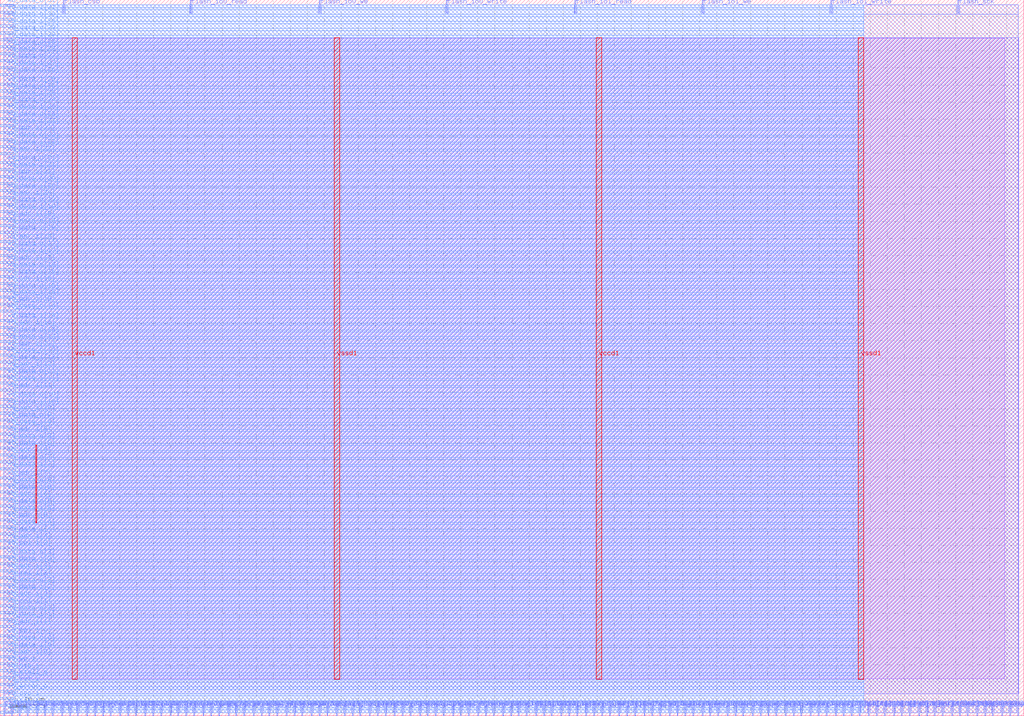
<source format=lef>
VERSION 5.7 ;
  NOWIREEXTENSIONATPIN ON ;
  DIVIDERCHAR "/" ;
  BUSBITCHARS "[]" ;
MACRO Flash
  CLASS BLOCK ;
  FOREIGN Flash ;
  ORIGIN 0.000 0.000 ;
  SIZE 300.000 BY 210.000 ;
  PIN flash_csb
    DIRECTION OUTPUT TRISTATE ;
    USE SIGNAL ;
    PORT
      LAYER met2 ;
        RECT 18.490 206.000 18.770 210.000 ;
    END
  END flash_csb
  PIN flash_io0_read
    DIRECTION INPUT ;
    USE SIGNAL ;
    PORT
      LAYER met2 ;
        RECT 55.750 206.000 56.030 210.000 ;
    END
  END flash_io0_read
  PIN flash_io0_we
    DIRECTION OUTPUT TRISTATE ;
    USE SIGNAL ;
    PORT
      LAYER met2 ;
        RECT 93.470 206.000 93.750 210.000 ;
    END
  END flash_io0_we
  PIN flash_io0_write
    DIRECTION OUTPUT TRISTATE ;
    USE SIGNAL ;
    PORT
      LAYER met2 ;
        RECT 130.730 206.000 131.010 210.000 ;
    END
  END flash_io0_write
  PIN flash_io1_read
    DIRECTION INPUT ;
    USE SIGNAL ;
    PORT
      LAYER met2 ;
        RECT 168.450 206.000 168.730 210.000 ;
    END
  END flash_io1_read
  PIN flash_io1_we
    DIRECTION OUTPUT TRISTATE ;
    USE SIGNAL ;
    PORT
      LAYER met2 ;
        RECT 205.710 206.000 205.990 210.000 ;
    END
  END flash_io1_we
  PIN flash_io1_write
    DIRECTION OUTPUT TRISTATE ;
    USE SIGNAL ;
    PORT
      LAYER met2 ;
        RECT 243.430 206.000 243.710 210.000 ;
    END
  END flash_io1_write
  PIN flash_sck
    DIRECTION OUTPUT TRISTATE ;
    USE SIGNAL ;
    PORT
      LAYER met2 ;
        RECT 280.690 206.000 280.970 210.000 ;
    END
  END flash_sck
  PIN sram_addr0[0]
    DIRECTION OUTPUT TRISTATE ;
    USE SIGNAL ;
    PORT
      LAYER met2 ;
        RECT 12.970 0.000 13.250 4.000 ;
    END
  END sram_addr0[0]
  PIN sram_addr0[1]
    DIRECTION OUTPUT TRISTATE ;
    USE SIGNAL ;
    PORT
      LAYER met2 ;
        RECT 27.690 0.000 27.970 4.000 ;
    END
  END sram_addr0[1]
  PIN sram_addr0[2]
    DIRECTION OUTPUT TRISTATE ;
    USE SIGNAL ;
    PORT
      LAYER met2 ;
        RECT 42.410 0.000 42.690 4.000 ;
    END
  END sram_addr0[2]
  PIN sram_addr0[3]
    DIRECTION OUTPUT TRISTATE ;
    USE SIGNAL ;
    PORT
      LAYER met2 ;
        RECT 56.670 0.000 56.950 4.000 ;
    END
  END sram_addr0[3]
  PIN sram_addr0[4]
    DIRECTION OUTPUT TRISTATE ;
    USE SIGNAL ;
    PORT
      LAYER met2 ;
        RECT 71.390 0.000 71.670 4.000 ;
    END
  END sram_addr0[4]
  PIN sram_addr0[5]
    DIRECTION OUTPUT TRISTATE ;
    USE SIGNAL ;
    PORT
      LAYER met2 ;
        RECT 83.810 0.000 84.090 4.000 ;
    END
  END sram_addr0[5]
  PIN sram_addr0[6]
    DIRECTION OUTPUT TRISTATE ;
    USE SIGNAL ;
    PORT
      LAYER met2 ;
        RECT 95.770 0.000 96.050 4.000 ;
    END
  END sram_addr0[6]
  PIN sram_addr0[7]
    DIRECTION OUTPUT TRISTATE ;
    USE SIGNAL ;
    PORT
      LAYER met2 ;
        RECT 108.190 0.000 108.470 4.000 ;
    END
  END sram_addr0[7]
  PIN sram_addr0[8]
    DIRECTION OUTPUT TRISTATE ;
    USE SIGNAL ;
    PORT
      LAYER met2 ;
        RECT 120.150 0.000 120.430 4.000 ;
    END
  END sram_addr0[8]
  PIN sram_addr1[0]
    DIRECTION OUTPUT TRISTATE ;
    USE SIGNAL ;
    PORT
      LAYER met2 ;
        RECT 15.270 0.000 15.550 4.000 ;
    END
  END sram_addr1[0]
  PIN sram_addr1[1]
    DIRECTION OUTPUT TRISTATE ;
    USE SIGNAL ;
    PORT
      LAYER met2 ;
        RECT 29.990 0.000 30.270 4.000 ;
    END
  END sram_addr1[1]
  PIN sram_addr1[2]
    DIRECTION OUTPUT TRISTATE ;
    USE SIGNAL ;
    PORT
      LAYER met2 ;
        RECT 44.710 0.000 44.990 4.000 ;
    END
  END sram_addr1[2]
  PIN sram_addr1[3]
    DIRECTION OUTPUT TRISTATE ;
    USE SIGNAL ;
    PORT
      LAYER met2 ;
        RECT 59.430 0.000 59.710 4.000 ;
    END
  END sram_addr1[3]
  PIN sram_addr1[4]
    DIRECTION OUTPUT TRISTATE ;
    USE SIGNAL ;
    PORT
      LAYER met2 ;
        RECT 74.150 0.000 74.430 4.000 ;
    END
  END sram_addr1[4]
  PIN sram_addr1[5]
    DIRECTION OUTPUT TRISTATE ;
    USE SIGNAL ;
    PORT
      LAYER met2 ;
        RECT 86.110 0.000 86.390 4.000 ;
    END
  END sram_addr1[5]
  PIN sram_addr1[6]
    DIRECTION OUTPUT TRISTATE ;
    USE SIGNAL ;
    PORT
      LAYER met2 ;
        RECT 98.530 0.000 98.810 4.000 ;
    END
  END sram_addr1[6]
  PIN sram_addr1[7]
    DIRECTION OUTPUT TRISTATE ;
    USE SIGNAL ;
    PORT
      LAYER met2 ;
        RECT 110.490 0.000 110.770 4.000 ;
    END
  END sram_addr1[7]
  PIN sram_addr1[8]
    DIRECTION OUTPUT TRISTATE ;
    USE SIGNAL ;
    PORT
      LAYER met2 ;
        RECT 122.910 0.000 123.190 4.000 ;
    END
  END sram_addr1[8]
  PIN sram_clk0
    DIRECTION OUTPUT TRISTATE ;
    USE SIGNAL ;
    PORT
      LAYER met2 ;
        RECT 1.010 0.000 1.290 4.000 ;
    END
  END sram_clk0
  PIN sram_clk1
    DIRECTION OUTPUT TRISTATE ;
    USE SIGNAL ;
    PORT
      LAYER met2 ;
        RECT 3.310 0.000 3.590 4.000 ;
    END
  END sram_clk1
  PIN sram_csb0
    DIRECTION OUTPUT TRISTATE ;
    USE SIGNAL ;
    PORT
      LAYER met2 ;
        RECT 5.610 0.000 5.890 4.000 ;
    END
  END sram_csb0
  PIN sram_csb1
    DIRECTION OUTPUT TRISTATE ;
    USE SIGNAL ;
    PORT
      LAYER met2 ;
        RECT 7.910 0.000 8.190 4.000 ;
    END
  END sram_csb1
  PIN sram_din0[0]
    DIRECTION OUTPUT TRISTATE ;
    USE SIGNAL ;
    PORT
      LAYER met2 ;
        RECT 18.030 0.000 18.310 4.000 ;
    END
  END sram_din0[0]
  PIN sram_din0[10]
    DIRECTION OUTPUT TRISTATE ;
    USE SIGNAL ;
    PORT
      LAYER met2 ;
        RECT 139.930 0.000 140.210 4.000 ;
    END
  END sram_din0[10]
  PIN sram_din0[11]
    DIRECTION OUTPUT TRISTATE ;
    USE SIGNAL ;
    PORT
      LAYER met2 ;
        RECT 147.290 0.000 147.570 4.000 ;
    END
  END sram_din0[11]
  PIN sram_din0[12]
    DIRECTION OUTPUT TRISTATE ;
    USE SIGNAL ;
    PORT
      LAYER met2 ;
        RECT 154.190 0.000 154.470 4.000 ;
    END
  END sram_din0[12]
  PIN sram_din0[13]
    DIRECTION OUTPUT TRISTATE ;
    USE SIGNAL ;
    PORT
      LAYER met2 ;
        RECT 161.550 0.000 161.830 4.000 ;
    END
  END sram_din0[13]
  PIN sram_din0[14]
    DIRECTION OUTPUT TRISTATE ;
    USE SIGNAL ;
    PORT
      LAYER met2 ;
        RECT 168.910 0.000 169.190 4.000 ;
    END
  END sram_din0[14]
  PIN sram_din0[15]
    DIRECTION OUTPUT TRISTATE ;
    USE SIGNAL ;
    PORT
      LAYER met2 ;
        RECT 176.270 0.000 176.550 4.000 ;
    END
  END sram_din0[15]
  PIN sram_din0[16]
    DIRECTION OUTPUT TRISTATE ;
    USE SIGNAL ;
    PORT
      LAYER met2 ;
        RECT 183.630 0.000 183.910 4.000 ;
    END
  END sram_din0[16]
  PIN sram_din0[17]
    DIRECTION OUTPUT TRISTATE ;
    USE SIGNAL ;
    PORT
      LAYER met2 ;
        RECT 190.990 0.000 191.270 4.000 ;
    END
  END sram_din0[17]
  PIN sram_din0[18]
    DIRECTION OUTPUT TRISTATE ;
    USE SIGNAL ;
    PORT
      LAYER met2 ;
        RECT 198.350 0.000 198.630 4.000 ;
    END
  END sram_din0[18]
  PIN sram_din0[19]
    DIRECTION OUTPUT TRISTATE ;
    USE SIGNAL ;
    PORT
      LAYER met2 ;
        RECT 205.710 0.000 205.990 4.000 ;
    END
  END sram_din0[19]
  PIN sram_din0[1]
    DIRECTION OUTPUT TRISTATE ;
    USE SIGNAL ;
    PORT
      LAYER met2 ;
        RECT 32.290 0.000 32.570 4.000 ;
    END
  END sram_din0[1]
  PIN sram_din0[20]
    DIRECTION OUTPUT TRISTATE ;
    USE SIGNAL ;
    PORT
      LAYER met2 ;
        RECT 213.070 0.000 213.350 4.000 ;
    END
  END sram_din0[20]
  PIN sram_din0[21]
    DIRECTION OUTPUT TRISTATE ;
    USE SIGNAL ;
    PORT
      LAYER met2 ;
        RECT 220.430 0.000 220.710 4.000 ;
    END
  END sram_din0[21]
  PIN sram_din0[22]
    DIRECTION OUTPUT TRISTATE ;
    USE SIGNAL ;
    PORT
      LAYER met2 ;
        RECT 227.330 0.000 227.610 4.000 ;
    END
  END sram_din0[22]
  PIN sram_din0[23]
    DIRECTION OUTPUT TRISTATE ;
    USE SIGNAL ;
    PORT
      LAYER met2 ;
        RECT 234.690 0.000 234.970 4.000 ;
    END
  END sram_din0[23]
  PIN sram_din0[24]
    DIRECTION OUTPUT TRISTATE ;
    USE SIGNAL ;
    PORT
      LAYER met2 ;
        RECT 242.050 0.000 242.330 4.000 ;
    END
  END sram_din0[24]
  PIN sram_din0[25]
    DIRECTION OUTPUT TRISTATE ;
    USE SIGNAL ;
    PORT
      LAYER met2 ;
        RECT 249.410 0.000 249.690 4.000 ;
    END
  END sram_din0[25]
  PIN sram_din0[26]
    DIRECTION OUTPUT TRISTATE ;
    USE SIGNAL ;
    PORT
      LAYER met2 ;
        RECT 256.770 0.000 257.050 4.000 ;
    END
  END sram_din0[26]
  PIN sram_din0[27]
    DIRECTION OUTPUT TRISTATE ;
    USE SIGNAL ;
    PORT
      LAYER met2 ;
        RECT 264.130 0.000 264.410 4.000 ;
    END
  END sram_din0[27]
  PIN sram_din0[28]
    DIRECTION OUTPUT TRISTATE ;
    USE SIGNAL ;
    PORT
      LAYER met2 ;
        RECT 271.490 0.000 271.770 4.000 ;
    END
  END sram_din0[28]
  PIN sram_din0[29]
    DIRECTION OUTPUT TRISTATE ;
    USE SIGNAL ;
    PORT
      LAYER met2 ;
        RECT 278.850 0.000 279.130 4.000 ;
    END
  END sram_din0[29]
  PIN sram_din0[2]
    DIRECTION OUTPUT TRISTATE ;
    USE SIGNAL ;
    PORT
      LAYER met2 ;
        RECT 47.010 0.000 47.290 4.000 ;
    END
  END sram_din0[2]
  PIN sram_din0[30]
    DIRECTION OUTPUT TRISTATE ;
    USE SIGNAL ;
    PORT
      LAYER met2 ;
        RECT 286.210 0.000 286.490 4.000 ;
    END
  END sram_din0[30]
  PIN sram_din0[31]
    DIRECTION OUTPUT TRISTATE ;
    USE SIGNAL ;
    PORT
      LAYER met2 ;
        RECT 293.570 0.000 293.850 4.000 ;
    END
  END sram_din0[31]
  PIN sram_din0[3]
    DIRECTION OUTPUT TRISTATE ;
    USE SIGNAL ;
    PORT
      LAYER met2 ;
        RECT 61.730 0.000 62.010 4.000 ;
    END
  END sram_din0[3]
  PIN sram_din0[4]
    DIRECTION OUTPUT TRISTATE ;
    USE SIGNAL ;
    PORT
      LAYER met2 ;
        RECT 76.450 0.000 76.730 4.000 ;
    END
  END sram_din0[4]
  PIN sram_din0[5]
    DIRECTION OUTPUT TRISTATE ;
    USE SIGNAL ;
    PORT
      LAYER met2 ;
        RECT 88.410 0.000 88.690 4.000 ;
    END
  END sram_din0[5]
  PIN sram_din0[6]
    DIRECTION OUTPUT TRISTATE ;
    USE SIGNAL ;
    PORT
      LAYER met2 ;
        RECT 100.830 0.000 101.110 4.000 ;
    END
  END sram_din0[6]
  PIN sram_din0[7]
    DIRECTION OUTPUT TRISTATE ;
    USE SIGNAL ;
    PORT
      LAYER met2 ;
        RECT 112.790 0.000 113.070 4.000 ;
    END
  END sram_din0[7]
  PIN sram_din0[8]
    DIRECTION OUTPUT TRISTATE ;
    USE SIGNAL ;
    PORT
      LAYER met2 ;
        RECT 125.210 0.000 125.490 4.000 ;
    END
  END sram_din0[8]
  PIN sram_din0[9]
    DIRECTION OUTPUT TRISTATE ;
    USE SIGNAL ;
    PORT
      LAYER met2 ;
        RECT 132.570 0.000 132.850 4.000 ;
    END
  END sram_din0[9]
  PIN sram_dout0[0]
    DIRECTION INPUT ;
    USE SIGNAL ;
    PORT
      LAYER met2 ;
        RECT 20.330 0.000 20.610 4.000 ;
    END
  END sram_dout0[0]
  PIN sram_dout0[10]
    DIRECTION INPUT ;
    USE SIGNAL ;
    PORT
      LAYER met2 ;
        RECT 142.230 0.000 142.510 4.000 ;
    END
  END sram_dout0[10]
  PIN sram_dout0[11]
    DIRECTION INPUT ;
    USE SIGNAL ;
    PORT
      LAYER met2 ;
        RECT 149.590 0.000 149.870 4.000 ;
    END
  END sram_dout0[11]
  PIN sram_dout0[12]
    DIRECTION INPUT ;
    USE SIGNAL ;
    PORT
      LAYER met2 ;
        RECT 156.950 0.000 157.230 4.000 ;
    END
  END sram_dout0[12]
  PIN sram_dout0[13]
    DIRECTION INPUT ;
    USE SIGNAL ;
    PORT
      LAYER met2 ;
        RECT 164.310 0.000 164.590 4.000 ;
    END
  END sram_dout0[13]
  PIN sram_dout0[14]
    DIRECTION INPUT ;
    USE SIGNAL ;
    PORT
      LAYER met2 ;
        RECT 171.670 0.000 171.950 4.000 ;
    END
  END sram_dout0[14]
  PIN sram_dout0[15]
    DIRECTION INPUT ;
    USE SIGNAL ;
    PORT
      LAYER met2 ;
        RECT 178.570 0.000 178.850 4.000 ;
    END
  END sram_dout0[15]
  PIN sram_dout0[16]
    DIRECTION INPUT ;
    USE SIGNAL ;
    PORT
      LAYER met2 ;
        RECT 185.930 0.000 186.210 4.000 ;
    END
  END sram_dout0[16]
  PIN sram_dout0[17]
    DIRECTION INPUT ;
    USE SIGNAL ;
    PORT
      LAYER met2 ;
        RECT 193.290 0.000 193.570 4.000 ;
    END
  END sram_dout0[17]
  PIN sram_dout0[18]
    DIRECTION INPUT ;
    USE SIGNAL ;
    PORT
      LAYER met2 ;
        RECT 200.650 0.000 200.930 4.000 ;
    END
  END sram_dout0[18]
  PIN sram_dout0[19]
    DIRECTION INPUT ;
    USE SIGNAL ;
    PORT
      LAYER met2 ;
        RECT 208.010 0.000 208.290 4.000 ;
    END
  END sram_dout0[19]
  PIN sram_dout0[1]
    DIRECTION INPUT ;
    USE SIGNAL ;
    PORT
      LAYER met2 ;
        RECT 35.050 0.000 35.330 4.000 ;
    END
  END sram_dout0[1]
  PIN sram_dout0[20]
    DIRECTION INPUT ;
    USE SIGNAL ;
    PORT
      LAYER met2 ;
        RECT 215.370 0.000 215.650 4.000 ;
    END
  END sram_dout0[20]
  PIN sram_dout0[21]
    DIRECTION INPUT ;
    USE SIGNAL ;
    PORT
      LAYER met2 ;
        RECT 222.730 0.000 223.010 4.000 ;
    END
  END sram_dout0[21]
  PIN sram_dout0[22]
    DIRECTION INPUT ;
    USE SIGNAL ;
    PORT
      LAYER met2 ;
        RECT 230.090 0.000 230.370 4.000 ;
    END
  END sram_dout0[22]
  PIN sram_dout0[23]
    DIRECTION INPUT ;
    USE SIGNAL ;
    PORT
      LAYER met2 ;
        RECT 237.450 0.000 237.730 4.000 ;
    END
  END sram_dout0[23]
  PIN sram_dout0[24]
    DIRECTION INPUT ;
    USE SIGNAL ;
    PORT
      LAYER met2 ;
        RECT 244.810 0.000 245.090 4.000 ;
    END
  END sram_dout0[24]
  PIN sram_dout0[25]
    DIRECTION INPUT ;
    USE SIGNAL ;
    PORT
      LAYER met2 ;
        RECT 251.710 0.000 251.990 4.000 ;
    END
  END sram_dout0[25]
  PIN sram_dout0[26]
    DIRECTION INPUT ;
    USE SIGNAL ;
    PORT
      LAYER met2 ;
        RECT 259.070 0.000 259.350 4.000 ;
    END
  END sram_dout0[26]
  PIN sram_dout0[27]
    DIRECTION INPUT ;
    USE SIGNAL ;
    PORT
      LAYER met2 ;
        RECT 266.430 0.000 266.710 4.000 ;
    END
  END sram_dout0[27]
  PIN sram_dout0[28]
    DIRECTION INPUT ;
    USE SIGNAL ;
    PORT
      LAYER met2 ;
        RECT 273.790 0.000 274.070 4.000 ;
    END
  END sram_dout0[28]
  PIN sram_dout0[29]
    DIRECTION INPUT ;
    USE SIGNAL ;
    PORT
      LAYER met2 ;
        RECT 281.150 0.000 281.430 4.000 ;
    END
  END sram_dout0[29]
  PIN sram_dout0[2]
    DIRECTION INPUT ;
    USE SIGNAL ;
    PORT
      LAYER met2 ;
        RECT 49.770 0.000 50.050 4.000 ;
    END
  END sram_dout0[2]
  PIN sram_dout0[30]
    DIRECTION INPUT ;
    USE SIGNAL ;
    PORT
      LAYER met2 ;
        RECT 288.510 0.000 288.790 4.000 ;
    END
  END sram_dout0[30]
  PIN sram_dout0[31]
    DIRECTION INPUT ;
    USE SIGNAL ;
    PORT
      LAYER met2 ;
        RECT 295.870 0.000 296.150 4.000 ;
    END
  END sram_dout0[31]
  PIN sram_dout0[3]
    DIRECTION INPUT ;
    USE SIGNAL ;
    PORT
      LAYER met2 ;
        RECT 64.030 0.000 64.310 4.000 ;
    END
  END sram_dout0[3]
  PIN sram_dout0[4]
    DIRECTION INPUT ;
    USE SIGNAL ;
    PORT
      LAYER met2 ;
        RECT 78.750 0.000 79.030 4.000 ;
    END
  END sram_dout0[4]
  PIN sram_dout0[5]
    DIRECTION INPUT ;
    USE SIGNAL ;
    PORT
      LAYER met2 ;
        RECT 91.170 0.000 91.450 4.000 ;
    END
  END sram_dout0[5]
  PIN sram_dout0[6]
    DIRECTION INPUT ;
    USE SIGNAL ;
    PORT
      LAYER met2 ;
        RECT 103.130 0.000 103.410 4.000 ;
    END
  END sram_dout0[6]
  PIN sram_dout0[7]
    DIRECTION INPUT ;
    USE SIGNAL ;
    PORT
      LAYER met2 ;
        RECT 115.550 0.000 115.830 4.000 ;
    END
  END sram_dout0[7]
  PIN sram_dout0[8]
    DIRECTION INPUT ;
    USE SIGNAL ;
    PORT
      LAYER met2 ;
        RECT 127.510 0.000 127.790 4.000 ;
    END
  END sram_dout0[8]
  PIN sram_dout0[9]
    DIRECTION INPUT ;
    USE SIGNAL ;
    PORT
      LAYER met2 ;
        RECT 134.870 0.000 135.150 4.000 ;
    END
  END sram_dout0[9]
  PIN sram_dout1[0]
    DIRECTION INPUT ;
    USE SIGNAL ;
    PORT
      LAYER met2 ;
        RECT 22.630 0.000 22.910 4.000 ;
    END
  END sram_dout1[0]
  PIN sram_dout1[10]
    DIRECTION INPUT ;
    USE SIGNAL ;
    PORT
      LAYER met2 ;
        RECT 144.530 0.000 144.810 4.000 ;
    END
  END sram_dout1[10]
  PIN sram_dout1[11]
    DIRECTION INPUT ;
    USE SIGNAL ;
    PORT
      LAYER met2 ;
        RECT 151.890 0.000 152.170 4.000 ;
    END
  END sram_dout1[11]
  PIN sram_dout1[12]
    DIRECTION INPUT ;
    USE SIGNAL ;
    PORT
      LAYER met2 ;
        RECT 159.250 0.000 159.530 4.000 ;
    END
  END sram_dout1[12]
  PIN sram_dout1[13]
    DIRECTION INPUT ;
    USE SIGNAL ;
    PORT
      LAYER met2 ;
        RECT 166.610 0.000 166.890 4.000 ;
    END
  END sram_dout1[13]
  PIN sram_dout1[14]
    DIRECTION INPUT ;
    USE SIGNAL ;
    PORT
      LAYER met2 ;
        RECT 173.970 0.000 174.250 4.000 ;
    END
  END sram_dout1[14]
  PIN sram_dout1[15]
    DIRECTION INPUT ;
    USE SIGNAL ;
    PORT
      LAYER met2 ;
        RECT 181.330 0.000 181.610 4.000 ;
    END
  END sram_dout1[15]
  PIN sram_dout1[16]
    DIRECTION INPUT ;
    USE SIGNAL ;
    PORT
      LAYER met2 ;
        RECT 188.690 0.000 188.970 4.000 ;
    END
  END sram_dout1[16]
  PIN sram_dout1[17]
    DIRECTION INPUT ;
    USE SIGNAL ;
    PORT
      LAYER met2 ;
        RECT 196.050 0.000 196.330 4.000 ;
    END
  END sram_dout1[17]
  PIN sram_dout1[18]
    DIRECTION INPUT ;
    USE SIGNAL ;
    PORT
      LAYER met2 ;
        RECT 202.950 0.000 203.230 4.000 ;
    END
  END sram_dout1[18]
  PIN sram_dout1[19]
    DIRECTION INPUT ;
    USE SIGNAL ;
    PORT
      LAYER met2 ;
        RECT 210.310 0.000 210.590 4.000 ;
    END
  END sram_dout1[19]
  PIN sram_dout1[1]
    DIRECTION INPUT ;
    USE SIGNAL ;
    PORT
      LAYER met2 ;
        RECT 37.350 0.000 37.630 4.000 ;
    END
  END sram_dout1[1]
  PIN sram_dout1[20]
    DIRECTION INPUT ;
    USE SIGNAL ;
    PORT
      LAYER met2 ;
        RECT 217.670 0.000 217.950 4.000 ;
    END
  END sram_dout1[20]
  PIN sram_dout1[21]
    DIRECTION INPUT ;
    USE SIGNAL ;
    PORT
      LAYER met2 ;
        RECT 225.030 0.000 225.310 4.000 ;
    END
  END sram_dout1[21]
  PIN sram_dout1[22]
    DIRECTION INPUT ;
    USE SIGNAL ;
    PORT
      LAYER met2 ;
        RECT 232.390 0.000 232.670 4.000 ;
    END
  END sram_dout1[22]
  PIN sram_dout1[23]
    DIRECTION INPUT ;
    USE SIGNAL ;
    PORT
      LAYER met2 ;
        RECT 239.750 0.000 240.030 4.000 ;
    END
  END sram_dout1[23]
  PIN sram_dout1[24]
    DIRECTION INPUT ;
    USE SIGNAL ;
    PORT
      LAYER met2 ;
        RECT 247.110 0.000 247.390 4.000 ;
    END
  END sram_dout1[24]
  PIN sram_dout1[25]
    DIRECTION INPUT ;
    USE SIGNAL ;
    PORT
      LAYER met2 ;
        RECT 254.470 0.000 254.750 4.000 ;
    END
  END sram_dout1[25]
  PIN sram_dout1[26]
    DIRECTION INPUT ;
    USE SIGNAL ;
    PORT
      LAYER met2 ;
        RECT 261.830 0.000 262.110 4.000 ;
    END
  END sram_dout1[26]
  PIN sram_dout1[27]
    DIRECTION INPUT ;
    USE SIGNAL ;
    PORT
      LAYER met2 ;
        RECT 269.190 0.000 269.470 4.000 ;
    END
  END sram_dout1[27]
  PIN sram_dout1[28]
    DIRECTION INPUT ;
    USE SIGNAL ;
    PORT
      LAYER met2 ;
        RECT 276.090 0.000 276.370 4.000 ;
    END
  END sram_dout1[28]
  PIN sram_dout1[29]
    DIRECTION INPUT ;
    USE SIGNAL ;
    PORT
      LAYER met2 ;
        RECT 283.450 0.000 283.730 4.000 ;
    END
  END sram_dout1[29]
  PIN sram_dout1[2]
    DIRECTION INPUT ;
    USE SIGNAL ;
    PORT
      LAYER met2 ;
        RECT 52.070 0.000 52.350 4.000 ;
    END
  END sram_dout1[2]
  PIN sram_dout1[30]
    DIRECTION INPUT ;
    USE SIGNAL ;
    PORT
      LAYER met2 ;
        RECT 290.810 0.000 291.090 4.000 ;
    END
  END sram_dout1[30]
  PIN sram_dout1[31]
    DIRECTION INPUT ;
    USE SIGNAL ;
    PORT
      LAYER met2 ;
        RECT 298.170 0.000 298.450 4.000 ;
    END
  END sram_dout1[31]
  PIN sram_dout1[3]
    DIRECTION INPUT ;
    USE SIGNAL ;
    PORT
      LAYER met2 ;
        RECT 66.790 0.000 67.070 4.000 ;
    END
  END sram_dout1[3]
  PIN sram_dout1[4]
    DIRECTION INPUT ;
    USE SIGNAL ;
    PORT
      LAYER met2 ;
        RECT 81.050 0.000 81.330 4.000 ;
    END
  END sram_dout1[4]
  PIN sram_dout1[5]
    DIRECTION INPUT ;
    USE SIGNAL ;
    PORT
      LAYER met2 ;
        RECT 93.470 0.000 93.750 4.000 ;
    END
  END sram_dout1[5]
  PIN sram_dout1[6]
    DIRECTION INPUT ;
    USE SIGNAL ;
    PORT
      LAYER met2 ;
        RECT 105.430 0.000 105.710 4.000 ;
    END
  END sram_dout1[6]
  PIN sram_dout1[7]
    DIRECTION INPUT ;
    USE SIGNAL ;
    PORT
      LAYER met2 ;
        RECT 117.850 0.000 118.130 4.000 ;
    END
  END sram_dout1[7]
  PIN sram_dout1[8]
    DIRECTION INPUT ;
    USE SIGNAL ;
    PORT
      LAYER met2 ;
        RECT 129.810 0.000 130.090 4.000 ;
    END
  END sram_dout1[8]
  PIN sram_dout1[9]
    DIRECTION INPUT ;
    USE SIGNAL ;
    PORT
      LAYER met2 ;
        RECT 137.170 0.000 137.450 4.000 ;
    END
  END sram_dout1[9]
  PIN sram_web0
    DIRECTION OUTPUT TRISTATE ;
    USE SIGNAL ;
    PORT
      LAYER met2 ;
        RECT 10.670 0.000 10.950 4.000 ;
    END
  END sram_web0
  PIN sram_wmask0[0]
    DIRECTION OUTPUT TRISTATE ;
    USE SIGNAL ;
    PORT
      LAYER met2 ;
        RECT 25.390 0.000 25.670 4.000 ;
    END
  END sram_wmask0[0]
  PIN sram_wmask0[1]
    DIRECTION OUTPUT TRISTATE ;
    USE SIGNAL ;
    PORT
      LAYER met2 ;
        RECT 39.650 0.000 39.930 4.000 ;
    END
  END sram_wmask0[1]
  PIN sram_wmask0[2]
    DIRECTION OUTPUT TRISTATE ;
    USE SIGNAL ;
    PORT
      LAYER met2 ;
        RECT 54.370 0.000 54.650 4.000 ;
    END
  END sram_wmask0[2]
  PIN sram_wmask0[3]
    DIRECTION OUTPUT TRISTATE ;
    USE SIGNAL ;
    PORT
      LAYER met2 ;
        RECT 69.090 0.000 69.370 4.000 ;
    END
  END sram_wmask0[3]
  PIN vccd1
    DIRECTION INOUT ;
    USE POWER ;
    PORT
      LAYER met4 ;
        RECT 21.040 10.640 22.640 198.800 ;
    END
    PORT
      LAYER met4 ;
        RECT 174.640 10.640 176.240 198.800 ;
    END
  END vccd1
  PIN vssd1
    DIRECTION INOUT ;
    USE GROUND ;
    PORT
      LAYER met4 ;
        RECT 97.840 10.640 99.440 198.800 ;
    END
    PORT
      LAYER met4 ;
        RECT 251.440 10.640 253.040 198.800 ;
    END
  END vssd1
  PIN wb_ack_o
    DIRECTION OUTPUT TRISTATE ;
    USE SIGNAL ;
    PORT
      LAYER met3 ;
        RECT 0.000 0.720 4.000 1.320 ;
    END
  END wb_ack_o
  PIN wb_adr_i[0]
    DIRECTION INPUT ;
    USE SIGNAL ;
    PORT
      LAYER met3 ;
        RECT 0.000 17.040 4.000 17.640 ;
    END
  END wb_adr_i[0]
  PIN wb_adr_i[10]
    DIRECTION INPUT ;
    USE SIGNAL ;
    PORT
      LAYER met3 ;
        RECT 0.000 88.440 4.000 89.040 ;
    END
  END wb_adr_i[10]
  PIN wb_adr_i[11]
    DIRECTION INPUT ;
    USE SIGNAL ;
    PORT
      LAYER met3 ;
        RECT 0.000 95.240 4.000 95.840 ;
    END
  END wb_adr_i[11]
  PIN wb_adr_i[12]
    DIRECTION INPUT ;
    USE SIGNAL ;
    PORT
      LAYER met3 ;
        RECT 0.000 101.360 4.000 101.960 ;
    END
  END wb_adr_i[12]
  PIN wb_adr_i[13]
    DIRECTION INPUT ;
    USE SIGNAL ;
    PORT
      LAYER met3 ;
        RECT 0.000 107.480 4.000 108.080 ;
    END
  END wb_adr_i[13]
  PIN wb_adr_i[14]
    DIRECTION INPUT ;
    USE SIGNAL ;
    PORT
      LAYER met3 ;
        RECT 0.000 113.600 4.000 114.200 ;
    END
  END wb_adr_i[14]
  PIN wb_adr_i[15]
    DIRECTION INPUT ;
    USE SIGNAL ;
    PORT
      LAYER met3 ;
        RECT 0.000 120.400 4.000 121.000 ;
    END
  END wb_adr_i[15]
  PIN wb_adr_i[16]
    DIRECTION INPUT ;
    USE SIGNAL ;
    PORT
      LAYER met3 ;
        RECT 0.000 126.520 4.000 127.120 ;
    END
  END wb_adr_i[16]
  PIN wb_adr_i[17]
    DIRECTION INPUT ;
    USE SIGNAL ;
    PORT
      LAYER met3 ;
        RECT 0.000 132.640 4.000 133.240 ;
    END
  END wb_adr_i[17]
  PIN wb_adr_i[18]
    DIRECTION INPUT ;
    USE SIGNAL ;
    PORT
      LAYER met3 ;
        RECT 0.000 138.760 4.000 139.360 ;
    END
  END wb_adr_i[18]
  PIN wb_adr_i[19]
    DIRECTION INPUT ;
    USE SIGNAL ;
    PORT
      LAYER met3 ;
        RECT 0.000 145.560 4.000 146.160 ;
    END
  END wb_adr_i[19]
  PIN wb_adr_i[1]
    DIRECTION INPUT ;
    USE SIGNAL ;
    PORT
      LAYER met3 ;
        RECT 0.000 25.880 4.000 26.480 ;
    END
  END wb_adr_i[1]
  PIN wb_adr_i[20]
    DIRECTION INPUT ;
    USE SIGNAL ;
    PORT
      LAYER met3 ;
        RECT 0.000 151.680 4.000 152.280 ;
    END
  END wb_adr_i[20]
  PIN wb_adr_i[21]
    DIRECTION INPUT ;
    USE SIGNAL ;
    PORT
      LAYER met3 ;
        RECT 0.000 157.800 4.000 158.400 ;
    END
  END wb_adr_i[21]
  PIN wb_adr_i[22]
    DIRECTION INPUT ;
    USE SIGNAL ;
    PORT
      LAYER met3 ;
        RECT 0.000 164.600 4.000 165.200 ;
    END
  END wb_adr_i[22]
  PIN wb_adr_i[23]
    DIRECTION INPUT ;
    USE SIGNAL ;
    PORT
      LAYER met3 ;
        RECT 0.000 170.720 4.000 171.320 ;
    END
  END wb_adr_i[23]
  PIN wb_adr_i[2]
    DIRECTION INPUT ;
    USE SIGNAL ;
    PORT
      LAYER met3 ;
        RECT 0.000 34.040 4.000 34.640 ;
    END
  END wb_adr_i[2]
  PIN wb_adr_i[3]
    DIRECTION INPUT ;
    USE SIGNAL ;
    PORT
      LAYER met3 ;
        RECT 0.000 42.200 4.000 42.800 ;
    END
  END wb_adr_i[3]
  PIN wb_adr_i[4]
    DIRECTION INPUT ;
    USE SIGNAL ;
    PORT
      LAYER met3 ;
        RECT 0.000 51.040 4.000 51.640 ;
    END
  END wb_adr_i[4]
  PIN wb_adr_i[5]
    DIRECTION INPUT ;
    USE SIGNAL ;
    PORT
      LAYER met3 ;
        RECT 0.000 57.160 4.000 57.760 ;
    END
  END wb_adr_i[5]
  PIN wb_adr_i[6]
    DIRECTION INPUT ;
    USE SIGNAL ;
    PORT
      LAYER met3 ;
        RECT 0.000 63.280 4.000 63.880 ;
    END
  END wb_adr_i[6]
  PIN wb_adr_i[7]
    DIRECTION INPUT ;
    USE SIGNAL ;
    PORT
      LAYER met3 ;
        RECT 0.000 69.400 4.000 70.000 ;
    END
  END wb_adr_i[7]
  PIN wb_adr_i[8]
    DIRECTION INPUT ;
    USE SIGNAL ;
    PORT
      LAYER met3 ;
        RECT 0.000 76.200 4.000 76.800 ;
    END
  END wb_adr_i[8]
  PIN wb_adr_i[9]
    DIRECTION INPUT ;
    USE SIGNAL ;
    PORT
      LAYER met3 ;
        RECT 0.000 82.320 4.000 82.920 ;
    END
  END wb_adr_i[9]
  PIN wb_clk_i
    DIRECTION INPUT ;
    USE SIGNAL ;
    PORT
      LAYER met3 ;
        RECT 0.000 2.760 4.000 3.360 ;
    END
  END wb_clk_i
  PIN wb_cyc_i
    DIRECTION INPUT ;
    USE SIGNAL ;
    PORT
      LAYER met3 ;
        RECT 0.000 4.800 4.000 5.400 ;
    END
  END wb_cyc_i
  PIN wb_data_i[0]
    DIRECTION INPUT ;
    USE SIGNAL ;
    PORT
      LAYER met3 ;
        RECT 0.000 19.080 4.000 19.680 ;
    END
  END wb_data_i[0]
  PIN wb_data_i[10]
    DIRECTION INPUT ;
    USE SIGNAL ;
    PORT
      LAYER met3 ;
        RECT 0.000 90.480 4.000 91.080 ;
    END
  END wb_data_i[10]
  PIN wb_data_i[11]
    DIRECTION INPUT ;
    USE SIGNAL ;
    PORT
      LAYER met3 ;
        RECT 0.000 97.280 4.000 97.880 ;
    END
  END wb_data_i[11]
  PIN wb_data_i[12]
    DIRECTION INPUT ;
    USE SIGNAL ;
    PORT
      LAYER met3 ;
        RECT 0.000 103.400 4.000 104.000 ;
    END
  END wb_data_i[12]
  PIN wb_data_i[13]
    DIRECTION INPUT ;
    USE SIGNAL ;
    PORT
      LAYER met3 ;
        RECT 0.000 109.520 4.000 110.120 ;
    END
  END wb_data_i[13]
  PIN wb_data_i[14]
    DIRECTION INPUT ;
    USE SIGNAL ;
    PORT
      LAYER met3 ;
        RECT 0.000 115.640 4.000 116.240 ;
    END
  END wb_data_i[14]
  PIN wb_data_i[15]
    DIRECTION INPUT ;
    USE SIGNAL ;
    PORT
      LAYER met3 ;
        RECT 0.000 122.440 4.000 123.040 ;
    END
  END wb_data_i[15]
  PIN wb_data_i[16]
    DIRECTION INPUT ;
    USE SIGNAL ;
    PORT
      LAYER met3 ;
        RECT 0.000 128.560 4.000 129.160 ;
    END
  END wb_data_i[16]
  PIN wb_data_i[17]
    DIRECTION INPUT ;
    USE SIGNAL ;
    PORT
      LAYER met3 ;
        RECT 0.000 134.680 4.000 135.280 ;
    END
  END wb_data_i[17]
  PIN wb_data_i[18]
    DIRECTION INPUT ;
    USE SIGNAL ;
    PORT
      LAYER met3 ;
        RECT 0.000 141.480 4.000 142.080 ;
    END
  END wb_data_i[18]
  PIN wb_data_i[19]
    DIRECTION INPUT ;
    USE SIGNAL ;
    PORT
      LAYER met3 ;
        RECT 0.000 147.600 4.000 148.200 ;
    END
  END wb_data_i[19]
  PIN wb_data_i[1]
    DIRECTION INPUT ;
    USE SIGNAL ;
    PORT
      LAYER met3 ;
        RECT 0.000 27.920 4.000 28.520 ;
    END
  END wb_data_i[1]
  PIN wb_data_i[20]
    DIRECTION INPUT ;
    USE SIGNAL ;
    PORT
      LAYER met3 ;
        RECT 0.000 153.720 4.000 154.320 ;
    END
  END wb_data_i[20]
  PIN wb_data_i[21]
    DIRECTION INPUT ;
    USE SIGNAL ;
    PORT
      LAYER met3 ;
        RECT 0.000 159.840 4.000 160.440 ;
    END
  END wb_data_i[21]
  PIN wb_data_i[22]
    DIRECTION INPUT ;
    USE SIGNAL ;
    PORT
      LAYER met3 ;
        RECT 0.000 166.640 4.000 167.240 ;
    END
  END wb_data_i[22]
  PIN wb_data_i[23]
    DIRECTION INPUT ;
    USE SIGNAL ;
    PORT
      LAYER met3 ;
        RECT 0.000 172.760 4.000 173.360 ;
    END
  END wb_data_i[23]
  PIN wb_data_i[24]
    DIRECTION INPUT ;
    USE SIGNAL ;
    PORT
      LAYER met3 ;
        RECT 0.000 176.840 4.000 177.440 ;
    END
  END wb_data_i[24]
  PIN wb_data_i[25]
    DIRECTION INPUT ;
    USE SIGNAL ;
    PORT
      LAYER met3 ;
        RECT 0.000 180.920 4.000 181.520 ;
    END
  END wb_data_i[25]
  PIN wb_data_i[26]
    DIRECTION INPUT ;
    USE SIGNAL ;
    PORT
      LAYER met3 ;
        RECT 0.000 185.000 4.000 185.600 ;
    END
  END wb_data_i[26]
  PIN wb_data_i[27]
    DIRECTION INPUT ;
    USE SIGNAL ;
    PORT
      LAYER met3 ;
        RECT 0.000 189.760 4.000 190.360 ;
    END
  END wb_data_i[27]
  PIN wb_data_i[28]
    DIRECTION INPUT ;
    USE SIGNAL ;
    PORT
      LAYER met3 ;
        RECT 0.000 193.840 4.000 194.440 ;
    END
  END wb_data_i[28]
  PIN wb_data_i[29]
    DIRECTION INPUT ;
    USE SIGNAL ;
    PORT
      LAYER met3 ;
        RECT 0.000 197.920 4.000 198.520 ;
    END
  END wb_data_i[29]
  PIN wb_data_i[2]
    DIRECTION INPUT ;
    USE SIGNAL ;
    PORT
      LAYER met3 ;
        RECT 0.000 36.080 4.000 36.680 ;
    END
  END wb_data_i[2]
  PIN wb_data_i[30]
    DIRECTION INPUT ;
    USE SIGNAL ;
    PORT
      LAYER met3 ;
        RECT 0.000 202.000 4.000 202.600 ;
    END
  END wb_data_i[30]
  PIN wb_data_i[31]
    DIRECTION INPUT ;
    USE SIGNAL ;
    PORT
      LAYER met3 ;
        RECT 0.000 206.080 4.000 206.680 ;
    END
  END wb_data_i[31]
  PIN wb_data_i[3]
    DIRECTION INPUT ;
    USE SIGNAL ;
    PORT
      LAYER met3 ;
        RECT 0.000 44.240 4.000 44.840 ;
    END
  END wb_data_i[3]
  PIN wb_data_i[4]
    DIRECTION INPUT ;
    USE SIGNAL ;
    PORT
      LAYER met3 ;
        RECT 0.000 53.080 4.000 53.680 ;
    END
  END wb_data_i[4]
  PIN wb_data_i[5]
    DIRECTION INPUT ;
    USE SIGNAL ;
    PORT
      LAYER met3 ;
        RECT 0.000 59.200 4.000 59.800 ;
    END
  END wb_data_i[5]
  PIN wb_data_i[6]
    DIRECTION INPUT ;
    USE SIGNAL ;
    PORT
      LAYER met3 ;
        RECT 0.000 65.320 4.000 65.920 ;
    END
  END wb_data_i[6]
  PIN wb_data_i[7]
    DIRECTION INPUT ;
    USE SIGNAL ;
    PORT
      LAYER met3 ;
        RECT 0.000 72.120 4.000 72.720 ;
    END
  END wb_data_i[7]
  PIN wb_data_i[8]
    DIRECTION INPUT ;
    USE SIGNAL ;
    PORT
      LAYER met3 ;
        RECT 0.000 78.240 4.000 78.840 ;
    END
  END wb_data_i[8]
  PIN wb_data_i[9]
    DIRECTION INPUT ;
    USE SIGNAL ;
    PORT
      LAYER met3 ;
        RECT 0.000 84.360 4.000 84.960 ;
    END
  END wb_data_i[9]
  PIN wb_data_o[0]
    DIRECTION OUTPUT TRISTATE ;
    USE SIGNAL ;
    PORT
      LAYER met3 ;
        RECT 0.000 21.120 4.000 21.720 ;
    END
  END wb_data_o[0]
  PIN wb_data_o[10]
    DIRECTION OUTPUT TRISTATE ;
    USE SIGNAL ;
    PORT
      LAYER met3 ;
        RECT 0.000 92.520 4.000 93.120 ;
    END
  END wb_data_o[10]
  PIN wb_data_o[11]
    DIRECTION OUTPUT TRISTATE ;
    USE SIGNAL ;
    PORT
      LAYER met3 ;
        RECT 0.000 99.320 4.000 99.920 ;
    END
  END wb_data_o[11]
  PIN wb_data_o[12]
    DIRECTION OUTPUT TRISTATE ;
    USE SIGNAL ;
    PORT
      LAYER met3 ;
        RECT 0.000 105.440 4.000 106.040 ;
    END
  END wb_data_o[12]
  PIN wb_data_o[13]
    DIRECTION OUTPUT TRISTATE ;
    USE SIGNAL ;
    PORT
      LAYER met3 ;
        RECT 0.000 111.560 4.000 112.160 ;
    END
  END wb_data_o[13]
  PIN wb_data_o[14]
    DIRECTION OUTPUT TRISTATE ;
    USE SIGNAL ;
    PORT
      LAYER met3 ;
        RECT 0.000 118.360 4.000 118.960 ;
    END
  END wb_data_o[14]
  PIN wb_data_o[15]
    DIRECTION OUTPUT TRISTATE ;
    USE SIGNAL ;
    PORT
      LAYER met3 ;
        RECT 0.000 124.480 4.000 125.080 ;
    END
  END wb_data_o[15]
  PIN wb_data_o[16]
    DIRECTION OUTPUT TRISTATE ;
    USE SIGNAL ;
    PORT
      LAYER met3 ;
        RECT 0.000 130.600 4.000 131.200 ;
    END
  END wb_data_o[16]
  PIN wb_data_o[17]
    DIRECTION OUTPUT TRISTATE ;
    USE SIGNAL ;
    PORT
      LAYER met3 ;
        RECT 0.000 136.720 4.000 137.320 ;
    END
  END wb_data_o[17]
  PIN wb_data_o[18]
    DIRECTION OUTPUT TRISTATE ;
    USE SIGNAL ;
    PORT
      LAYER met3 ;
        RECT 0.000 143.520 4.000 144.120 ;
    END
  END wb_data_o[18]
  PIN wb_data_o[19]
    DIRECTION OUTPUT TRISTATE ;
    USE SIGNAL ;
    PORT
      LAYER met3 ;
        RECT 0.000 149.640 4.000 150.240 ;
    END
  END wb_data_o[19]
  PIN wb_data_o[1]
    DIRECTION OUTPUT TRISTATE ;
    USE SIGNAL ;
    PORT
      LAYER met3 ;
        RECT 0.000 29.960 4.000 30.560 ;
    END
  END wb_data_o[1]
  PIN wb_data_o[20]
    DIRECTION OUTPUT TRISTATE ;
    USE SIGNAL ;
    PORT
      LAYER met3 ;
        RECT 0.000 155.760 4.000 156.360 ;
    END
  END wb_data_o[20]
  PIN wb_data_o[21]
    DIRECTION OUTPUT TRISTATE ;
    USE SIGNAL ;
    PORT
      LAYER met3 ;
        RECT 0.000 161.880 4.000 162.480 ;
    END
  END wb_data_o[21]
  PIN wb_data_o[22]
    DIRECTION OUTPUT TRISTATE ;
    USE SIGNAL ;
    PORT
      LAYER met3 ;
        RECT 0.000 168.680 4.000 169.280 ;
    END
  END wb_data_o[22]
  PIN wb_data_o[23]
    DIRECTION OUTPUT TRISTATE ;
    USE SIGNAL ;
    PORT
      LAYER met3 ;
        RECT 0.000 174.800 4.000 175.400 ;
    END
  END wb_data_o[23]
  PIN wb_data_o[24]
    DIRECTION OUTPUT TRISTATE ;
    USE SIGNAL ;
    PORT
      LAYER met3 ;
        RECT 0.000 178.880 4.000 179.480 ;
    END
  END wb_data_o[24]
  PIN wb_data_o[25]
    DIRECTION OUTPUT TRISTATE ;
    USE SIGNAL ;
    PORT
      LAYER met3 ;
        RECT 0.000 182.960 4.000 183.560 ;
    END
  END wb_data_o[25]
  PIN wb_data_o[26]
    DIRECTION OUTPUT TRISTATE ;
    USE SIGNAL ;
    PORT
      LAYER met3 ;
        RECT 0.000 187.720 4.000 188.320 ;
    END
  END wb_data_o[26]
  PIN wb_data_o[27]
    DIRECTION OUTPUT TRISTATE ;
    USE SIGNAL ;
    PORT
      LAYER met3 ;
        RECT 0.000 191.800 4.000 192.400 ;
    END
  END wb_data_o[27]
  PIN wb_data_o[28]
    DIRECTION OUTPUT TRISTATE ;
    USE SIGNAL ;
    PORT
      LAYER met3 ;
        RECT 0.000 195.880 4.000 196.480 ;
    END
  END wb_data_o[28]
  PIN wb_data_o[29]
    DIRECTION OUTPUT TRISTATE ;
    USE SIGNAL ;
    PORT
      LAYER met3 ;
        RECT 0.000 199.960 4.000 200.560 ;
    END
  END wb_data_o[29]
  PIN wb_data_o[2]
    DIRECTION OUTPUT TRISTATE ;
    USE SIGNAL ;
    PORT
      LAYER met3 ;
        RECT 0.000 38.120 4.000 38.720 ;
    END
  END wb_data_o[2]
  PIN wb_data_o[30]
    DIRECTION OUTPUT TRISTATE ;
    USE SIGNAL ;
    PORT
      LAYER met3 ;
        RECT 0.000 204.040 4.000 204.640 ;
    END
  END wb_data_o[30]
  PIN wb_data_o[31]
    DIRECTION OUTPUT TRISTATE ;
    USE SIGNAL ;
    PORT
      LAYER met3 ;
        RECT 0.000 208.120 4.000 208.720 ;
    END
  END wb_data_o[31]
  PIN wb_data_o[3]
    DIRECTION OUTPUT TRISTATE ;
    USE SIGNAL ;
    PORT
      LAYER met3 ;
        RECT 0.000 46.280 4.000 46.880 ;
    END
  END wb_data_o[3]
  PIN wb_data_o[4]
    DIRECTION OUTPUT TRISTATE ;
    USE SIGNAL ;
    PORT
      LAYER met3 ;
        RECT 0.000 55.120 4.000 55.720 ;
    END
  END wb_data_o[4]
  PIN wb_data_o[5]
    DIRECTION OUTPUT TRISTATE ;
    USE SIGNAL ;
    PORT
      LAYER met3 ;
        RECT 0.000 61.240 4.000 61.840 ;
    END
  END wb_data_o[5]
  PIN wb_data_o[6]
    DIRECTION OUTPUT TRISTATE ;
    USE SIGNAL ;
    PORT
      LAYER met3 ;
        RECT 0.000 67.360 4.000 67.960 ;
    END
  END wb_data_o[6]
  PIN wb_data_o[7]
    DIRECTION OUTPUT TRISTATE ;
    USE SIGNAL ;
    PORT
      LAYER met3 ;
        RECT 0.000 74.160 4.000 74.760 ;
    END
  END wb_data_o[7]
  PIN wb_data_o[8]
    DIRECTION OUTPUT TRISTATE ;
    USE SIGNAL ;
    PORT
      LAYER met3 ;
        RECT 0.000 80.280 4.000 80.880 ;
    END
  END wb_data_o[8]
  PIN wb_data_o[9]
    DIRECTION OUTPUT TRISTATE ;
    USE SIGNAL ;
    PORT
      LAYER met3 ;
        RECT 0.000 86.400 4.000 87.000 ;
    END
  END wb_data_o[9]
  PIN wb_error_o
    DIRECTION OUTPUT TRISTATE ;
    USE SIGNAL ;
    PORT
      LAYER met3 ;
        RECT 0.000 6.840 4.000 7.440 ;
    END
  END wb_error_o
  PIN wb_rst_i
    DIRECTION INPUT ;
    USE SIGNAL ;
    PORT
      LAYER met3 ;
        RECT 0.000 8.880 4.000 9.480 ;
    END
  END wb_rst_i
  PIN wb_sel_i[0]
    DIRECTION INPUT ;
    USE SIGNAL ;
    PORT
      LAYER met3 ;
        RECT 0.000 23.160 4.000 23.760 ;
    END
  END wb_sel_i[0]
  PIN wb_sel_i[1]
    DIRECTION INPUT ;
    USE SIGNAL ;
    PORT
      LAYER met3 ;
        RECT 0.000 32.000 4.000 32.600 ;
    END
  END wb_sel_i[1]
  PIN wb_sel_i[2]
    DIRECTION INPUT ;
    USE SIGNAL ;
    PORT
      LAYER met3 ;
        RECT 0.000 40.160 4.000 40.760 ;
    END
  END wb_sel_i[2]
  PIN wb_sel_i[3]
    DIRECTION INPUT ;
    USE SIGNAL ;
    PORT
      LAYER met3 ;
        RECT 0.000 49.000 4.000 49.600 ;
    END
  END wb_sel_i[3]
  PIN wb_stall_o
    DIRECTION OUTPUT TRISTATE ;
    USE SIGNAL ;
    PORT
      LAYER met3 ;
        RECT 0.000 10.920 4.000 11.520 ;
    END
  END wb_stall_o
  PIN wb_stb_i
    DIRECTION INPUT ;
    USE SIGNAL ;
    PORT
      LAYER met3 ;
        RECT 0.000 12.960 4.000 13.560 ;
    END
  END wb_stb_i
  PIN wb_we_i
    DIRECTION INPUT ;
    USE SIGNAL ;
    PORT
      LAYER met3 ;
        RECT 0.000 15.000 4.000 15.600 ;
    END
  END wb_we_i
  OBS
      LAYER li1 ;
        RECT 5.520 10.795 294.400 198.645 ;
      LAYER met1 ;
        RECT 0.990 6.500 298.470 198.800 ;
      LAYER met2 ;
        RECT 1.020 205.720 18.210 208.605 ;
        RECT 19.050 205.720 55.470 208.605 ;
        RECT 56.310 205.720 93.190 208.605 ;
        RECT 94.030 205.720 130.450 208.605 ;
        RECT 131.290 205.720 168.170 208.605 ;
        RECT 169.010 205.720 205.430 208.605 ;
        RECT 206.270 205.720 243.150 208.605 ;
        RECT 243.990 205.720 280.410 208.605 ;
        RECT 281.250 205.720 298.440 208.605 ;
        RECT 1.020 4.280 298.440 205.720 ;
        RECT 1.570 0.835 3.030 4.280 ;
        RECT 3.870 0.835 5.330 4.280 ;
        RECT 6.170 0.835 7.630 4.280 ;
        RECT 8.470 0.835 10.390 4.280 ;
        RECT 11.230 0.835 12.690 4.280 ;
        RECT 13.530 0.835 14.990 4.280 ;
        RECT 15.830 0.835 17.750 4.280 ;
        RECT 18.590 0.835 20.050 4.280 ;
        RECT 20.890 0.835 22.350 4.280 ;
        RECT 23.190 0.835 25.110 4.280 ;
        RECT 25.950 0.835 27.410 4.280 ;
        RECT 28.250 0.835 29.710 4.280 ;
        RECT 30.550 0.835 32.010 4.280 ;
        RECT 32.850 0.835 34.770 4.280 ;
        RECT 35.610 0.835 37.070 4.280 ;
        RECT 37.910 0.835 39.370 4.280 ;
        RECT 40.210 0.835 42.130 4.280 ;
        RECT 42.970 0.835 44.430 4.280 ;
        RECT 45.270 0.835 46.730 4.280 ;
        RECT 47.570 0.835 49.490 4.280 ;
        RECT 50.330 0.835 51.790 4.280 ;
        RECT 52.630 0.835 54.090 4.280 ;
        RECT 54.930 0.835 56.390 4.280 ;
        RECT 57.230 0.835 59.150 4.280 ;
        RECT 59.990 0.835 61.450 4.280 ;
        RECT 62.290 0.835 63.750 4.280 ;
        RECT 64.590 0.835 66.510 4.280 ;
        RECT 67.350 0.835 68.810 4.280 ;
        RECT 69.650 0.835 71.110 4.280 ;
        RECT 71.950 0.835 73.870 4.280 ;
        RECT 74.710 0.835 76.170 4.280 ;
        RECT 77.010 0.835 78.470 4.280 ;
        RECT 79.310 0.835 80.770 4.280 ;
        RECT 81.610 0.835 83.530 4.280 ;
        RECT 84.370 0.835 85.830 4.280 ;
        RECT 86.670 0.835 88.130 4.280 ;
        RECT 88.970 0.835 90.890 4.280 ;
        RECT 91.730 0.835 93.190 4.280 ;
        RECT 94.030 0.835 95.490 4.280 ;
        RECT 96.330 0.835 98.250 4.280 ;
        RECT 99.090 0.835 100.550 4.280 ;
        RECT 101.390 0.835 102.850 4.280 ;
        RECT 103.690 0.835 105.150 4.280 ;
        RECT 105.990 0.835 107.910 4.280 ;
        RECT 108.750 0.835 110.210 4.280 ;
        RECT 111.050 0.835 112.510 4.280 ;
        RECT 113.350 0.835 115.270 4.280 ;
        RECT 116.110 0.835 117.570 4.280 ;
        RECT 118.410 0.835 119.870 4.280 ;
        RECT 120.710 0.835 122.630 4.280 ;
        RECT 123.470 0.835 124.930 4.280 ;
        RECT 125.770 0.835 127.230 4.280 ;
        RECT 128.070 0.835 129.530 4.280 ;
        RECT 130.370 0.835 132.290 4.280 ;
        RECT 133.130 0.835 134.590 4.280 ;
        RECT 135.430 0.835 136.890 4.280 ;
        RECT 137.730 0.835 139.650 4.280 ;
        RECT 140.490 0.835 141.950 4.280 ;
        RECT 142.790 0.835 144.250 4.280 ;
        RECT 145.090 0.835 147.010 4.280 ;
        RECT 147.850 0.835 149.310 4.280 ;
        RECT 150.150 0.835 151.610 4.280 ;
        RECT 152.450 0.835 153.910 4.280 ;
        RECT 154.750 0.835 156.670 4.280 ;
        RECT 157.510 0.835 158.970 4.280 ;
        RECT 159.810 0.835 161.270 4.280 ;
        RECT 162.110 0.835 164.030 4.280 ;
        RECT 164.870 0.835 166.330 4.280 ;
        RECT 167.170 0.835 168.630 4.280 ;
        RECT 169.470 0.835 171.390 4.280 ;
        RECT 172.230 0.835 173.690 4.280 ;
        RECT 174.530 0.835 175.990 4.280 ;
        RECT 176.830 0.835 178.290 4.280 ;
        RECT 179.130 0.835 181.050 4.280 ;
        RECT 181.890 0.835 183.350 4.280 ;
        RECT 184.190 0.835 185.650 4.280 ;
        RECT 186.490 0.835 188.410 4.280 ;
        RECT 189.250 0.835 190.710 4.280 ;
        RECT 191.550 0.835 193.010 4.280 ;
        RECT 193.850 0.835 195.770 4.280 ;
        RECT 196.610 0.835 198.070 4.280 ;
        RECT 198.910 0.835 200.370 4.280 ;
        RECT 201.210 0.835 202.670 4.280 ;
        RECT 203.510 0.835 205.430 4.280 ;
        RECT 206.270 0.835 207.730 4.280 ;
        RECT 208.570 0.835 210.030 4.280 ;
        RECT 210.870 0.835 212.790 4.280 ;
        RECT 213.630 0.835 215.090 4.280 ;
        RECT 215.930 0.835 217.390 4.280 ;
        RECT 218.230 0.835 220.150 4.280 ;
        RECT 220.990 0.835 222.450 4.280 ;
        RECT 223.290 0.835 224.750 4.280 ;
        RECT 225.590 0.835 227.050 4.280 ;
        RECT 227.890 0.835 229.810 4.280 ;
        RECT 230.650 0.835 232.110 4.280 ;
        RECT 232.950 0.835 234.410 4.280 ;
        RECT 235.250 0.835 237.170 4.280 ;
        RECT 238.010 0.835 239.470 4.280 ;
        RECT 240.310 0.835 241.770 4.280 ;
        RECT 242.610 0.835 244.530 4.280 ;
        RECT 245.370 0.835 246.830 4.280 ;
        RECT 247.670 0.835 249.130 4.280 ;
        RECT 249.970 0.835 251.430 4.280 ;
        RECT 252.270 0.835 254.190 4.280 ;
        RECT 255.030 0.835 256.490 4.280 ;
        RECT 257.330 0.835 258.790 4.280 ;
        RECT 259.630 0.835 261.550 4.280 ;
        RECT 262.390 0.835 263.850 4.280 ;
        RECT 264.690 0.835 266.150 4.280 ;
        RECT 266.990 0.835 268.910 4.280 ;
        RECT 269.750 0.835 271.210 4.280 ;
        RECT 272.050 0.835 273.510 4.280 ;
        RECT 274.350 0.835 275.810 4.280 ;
        RECT 276.650 0.835 278.570 4.280 ;
        RECT 279.410 0.835 280.870 4.280 ;
        RECT 281.710 0.835 283.170 4.280 ;
        RECT 284.010 0.835 285.930 4.280 ;
        RECT 286.770 0.835 288.230 4.280 ;
        RECT 289.070 0.835 290.530 4.280 ;
        RECT 291.370 0.835 293.290 4.280 ;
        RECT 294.130 0.835 295.590 4.280 ;
        RECT 296.430 0.835 297.890 4.280 ;
      LAYER met3 ;
        RECT 4.400 207.720 253.030 208.585 ;
        RECT 4.000 207.080 253.030 207.720 ;
        RECT 4.400 205.680 253.030 207.080 ;
        RECT 4.000 205.040 253.030 205.680 ;
        RECT 4.400 203.640 253.030 205.040 ;
        RECT 4.000 203.000 253.030 203.640 ;
        RECT 4.400 201.600 253.030 203.000 ;
        RECT 4.000 200.960 253.030 201.600 ;
        RECT 4.400 199.560 253.030 200.960 ;
        RECT 4.000 198.920 253.030 199.560 ;
        RECT 4.400 197.520 253.030 198.920 ;
        RECT 4.000 196.880 253.030 197.520 ;
        RECT 4.400 195.480 253.030 196.880 ;
        RECT 4.000 194.840 253.030 195.480 ;
        RECT 4.400 193.440 253.030 194.840 ;
        RECT 4.000 192.800 253.030 193.440 ;
        RECT 4.400 191.400 253.030 192.800 ;
        RECT 4.000 190.760 253.030 191.400 ;
        RECT 4.400 189.360 253.030 190.760 ;
        RECT 4.000 188.720 253.030 189.360 ;
        RECT 4.400 187.320 253.030 188.720 ;
        RECT 4.000 186.000 253.030 187.320 ;
        RECT 4.400 184.600 253.030 186.000 ;
        RECT 4.000 183.960 253.030 184.600 ;
        RECT 4.400 182.560 253.030 183.960 ;
        RECT 4.000 181.920 253.030 182.560 ;
        RECT 4.400 180.520 253.030 181.920 ;
        RECT 4.000 179.880 253.030 180.520 ;
        RECT 4.400 178.480 253.030 179.880 ;
        RECT 4.000 177.840 253.030 178.480 ;
        RECT 4.400 176.440 253.030 177.840 ;
        RECT 4.000 175.800 253.030 176.440 ;
        RECT 4.400 174.400 253.030 175.800 ;
        RECT 4.000 173.760 253.030 174.400 ;
        RECT 4.400 172.360 253.030 173.760 ;
        RECT 4.000 171.720 253.030 172.360 ;
        RECT 4.400 170.320 253.030 171.720 ;
        RECT 4.000 169.680 253.030 170.320 ;
        RECT 4.400 168.280 253.030 169.680 ;
        RECT 4.000 167.640 253.030 168.280 ;
        RECT 4.400 166.240 253.030 167.640 ;
        RECT 4.000 165.600 253.030 166.240 ;
        RECT 4.400 164.200 253.030 165.600 ;
        RECT 4.000 162.880 253.030 164.200 ;
        RECT 4.400 161.480 253.030 162.880 ;
        RECT 4.000 160.840 253.030 161.480 ;
        RECT 4.400 159.440 253.030 160.840 ;
        RECT 4.000 158.800 253.030 159.440 ;
        RECT 4.400 157.400 253.030 158.800 ;
        RECT 4.000 156.760 253.030 157.400 ;
        RECT 4.400 155.360 253.030 156.760 ;
        RECT 4.000 154.720 253.030 155.360 ;
        RECT 4.400 153.320 253.030 154.720 ;
        RECT 4.000 152.680 253.030 153.320 ;
        RECT 4.400 151.280 253.030 152.680 ;
        RECT 4.000 150.640 253.030 151.280 ;
        RECT 4.400 149.240 253.030 150.640 ;
        RECT 4.000 148.600 253.030 149.240 ;
        RECT 4.400 147.200 253.030 148.600 ;
        RECT 4.000 146.560 253.030 147.200 ;
        RECT 4.400 145.160 253.030 146.560 ;
        RECT 4.000 144.520 253.030 145.160 ;
        RECT 4.400 143.120 253.030 144.520 ;
        RECT 4.000 142.480 253.030 143.120 ;
        RECT 4.400 141.080 253.030 142.480 ;
        RECT 4.000 139.760 253.030 141.080 ;
        RECT 4.400 138.360 253.030 139.760 ;
        RECT 4.000 137.720 253.030 138.360 ;
        RECT 4.400 136.320 253.030 137.720 ;
        RECT 4.000 135.680 253.030 136.320 ;
        RECT 4.400 134.280 253.030 135.680 ;
        RECT 4.000 133.640 253.030 134.280 ;
        RECT 4.400 132.240 253.030 133.640 ;
        RECT 4.000 131.600 253.030 132.240 ;
        RECT 4.400 130.200 253.030 131.600 ;
        RECT 4.000 129.560 253.030 130.200 ;
        RECT 4.400 128.160 253.030 129.560 ;
        RECT 4.000 127.520 253.030 128.160 ;
        RECT 4.400 126.120 253.030 127.520 ;
        RECT 4.000 125.480 253.030 126.120 ;
        RECT 4.400 124.080 253.030 125.480 ;
        RECT 4.000 123.440 253.030 124.080 ;
        RECT 4.400 122.040 253.030 123.440 ;
        RECT 4.000 121.400 253.030 122.040 ;
        RECT 4.400 120.000 253.030 121.400 ;
        RECT 4.000 119.360 253.030 120.000 ;
        RECT 4.400 117.960 253.030 119.360 ;
        RECT 4.000 116.640 253.030 117.960 ;
        RECT 4.400 115.240 253.030 116.640 ;
        RECT 4.000 114.600 253.030 115.240 ;
        RECT 4.400 113.200 253.030 114.600 ;
        RECT 4.000 112.560 253.030 113.200 ;
        RECT 4.400 111.160 253.030 112.560 ;
        RECT 4.000 110.520 253.030 111.160 ;
        RECT 4.400 109.120 253.030 110.520 ;
        RECT 4.000 108.480 253.030 109.120 ;
        RECT 4.400 107.080 253.030 108.480 ;
        RECT 4.000 106.440 253.030 107.080 ;
        RECT 4.400 105.040 253.030 106.440 ;
        RECT 4.000 104.400 253.030 105.040 ;
        RECT 4.400 103.000 253.030 104.400 ;
        RECT 4.000 102.360 253.030 103.000 ;
        RECT 4.400 100.960 253.030 102.360 ;
        RECT 4.000 100.320 253.030 100.960 ;
        RECT 4.400 98.920 253.030 100.320 ;
        RECT 4.000 98.280 253.030 98.920 ;
        RECT 4.400 96.880 253.030 98.280 ;
        RECT 4.000 96.240 253.030 96.880 ;
        RECT 4.400 94.840 253.030 96.240 ;
        RECT 4.000 93.520 253.030 94.840 ;
        RECT 4.400 92.120 253.030 93.520 ;
        RECT 4.000 91.480 253.030 92.120 ;
        RECT 4.400 90.080 253.030 91.480 ;
        RECT 4.000 89.440 253.030 90.080 ;
        RECT 4.400 88.040 253.030 89.440 ;
        RECT 4.000 87.400 253.030 88.040 ;
        RECT 4.400 86.000 253.030 87.400 ;
        RECT 4.000 85.360 253.030 86.000 ;
        RECT 4.400 83.960 253.030 85.360 ;
        RECT 4.000 83.320 253.030 83.960 ;
        RECT 4.400 81.920 253.030 83.320 ;
        RECT 4.000 81.280 253.030 81.920 ;
        RECT 4.400 79.880 253.030 81.280 ;
        RECT 4.000 79.240 253.030 79.880 ;
        RECT 4.400 77.840 253.030 79.240 ;
        RECT 4.000 77.200 253.030 77.840 ;
        RECT 4.400 75.800 253.030 77.200 ;
        RECT 4.000 75.160 253.030 75.800 ;
        RECT 4.400 73.760 253.030 75.160 ;
        RECT 4.000 73.120 253.030 73.760 ;
        RECT 4.400 71.720 253.030 73.120 ;
        RECT 4.000 70.400 253.030 71.720 ;
        RECT 4.400 69.000 253.030 70.400 ;
        RECT 4.000 68.360 253.030 69.000 ;
        RECT 4.400 66.960 253.030 68.360 ;
        RECT 4.000 66.320 253.030 66.960 ;
        RECT 4.400 64.920 253.030 66.320 ;
        RECT 4.000 64.280 253.030 64.920 ;
        RECT 4.400 62.880 253.030 64.280 ;
        RECT 4.000 62.240 253.030 62.880 ;
        RECT 4.400 60.840 253.030 62.240 ;
        RECT 4.000 60.200 253.030 60.840 ;
        RECT 4.400 58.800 253.030 60.200 ;
        RECT 4.000 58.160 253.030 58.800 ;
        RECT 4.400 56.760 253.030 58.160 ;
        RECT 4.000 56.120 253.030 56.760 ;
        RECT 4.400 54.720 253.030 56.120 ;
        RECT 4.000 54.080 253.030 54.720 ;
        RECT 4.400 52.680 253.030 54.080 ;
        RECT 4.000 52.040 253.030 52.680 ;
        RECT 4.400 50.640 253.030 52.040 ;
        RECT 4.000 50.000 253.030 50.640 ;
        RECT 4.400 48.600 253.030 50.000 ;
        RECT 4.000 47.280 253.030 48.600 ;
        RECT 4.400 45.880 253.030 47.280 ;
        RECT 4.000 45.240 253.030 45.880 ;
        RECT 4.400 43.840 253.030 45.240 ;
        RECT 4.000 43.200 253.030 43.840 ;
        RECT 4.400 41.800 253.030 43.200 ;
        RECT 4.000 41.160 253.030 41.800 ;
        RECT 4.400 39.760 253.030 41.160 ;
        RECT 4.000 39.120 253.030 39.760 ;
        RECT 4.400 37.720 253.030 39.120 ;
        RECT 4.000 37.080 253.030 37.720 ;
        RECT 4.400 35.680 253.030 37.080 ;
        RECT 4.000 35.040 253.030 35.680 ;
        RECT 4.400 33.640 253.030 35.040 ;
        RECT 4.000 33.000 253.030 33.640 ;
        RECT 4.400 31.600 253.030 33.000 ;
        RECT 4.000 30.960 253.030 31.600 ;
        RECT 4.400 29.560 253.030 30.960 ;
        RECT 4.000 28.920 253.030 29.560 ;
        RECT 4.400 27.520 253.030 28.920 ;
        RECT 4.000 26.880 253.030 27.520 ;
        RECT 4.400 25.480 253.030 26.880 ;
        RECT 4.000 24.160 253.030 25.480 ;
        RECT 4.400 22.760 253.030 24.160 ;
        RECT 4.000 22.120 253.030 22.760 ;
        RECT 4.400 20.720 253.030 22.120 ;
        RECT 4.000 20.080 253.030 20.720 ;
        RECT 4.400 18.680 253.030 20.080 ;
        RECT 4.000 18.040 253.030 18.680 ;
        RECT 4.400 16.640 253.030 18.040 ;
        RECT 4.000 16.000 253.030 16.640 ;
        RECT 4.400 14.600 253.030 16.000 ;
        RECT 4.000 13.960 253.030 14.600 ;
        RECT 4.400 12.560 253.030 13.960 ;
        RECT 4.000 11.920 253.030 12.560 ;
        RECT 4.400 10.520 253.030 11.920 ;
        RECT 4.000 9.880 253.030 10.520 ;
        RECT 4.400 8.480 253.030 9.880 ;
        RECT 4.000 7.840 253.030 8.480 ;
        RECT 4.400 6.440 253.030 7.840 ;
        RECT 4.000 5.800 253.030 6.440 ;
        RECT 4.400 4.400 253.030 5.800 ;
        RECT 4.000 3.760 253.030 4.400 ;
        RECT 4.400 2.360 253.030 3.760 ;
        RECT 4.000 1.720 253.030 2.360 ;
        RECT 4.400 0.855 253.030 1.720 ;
      LAYER met4 ;
        RECT 10.415 56.615 10.745 79.385 ;
  END
END Flash
END LIBRARY


</source>
